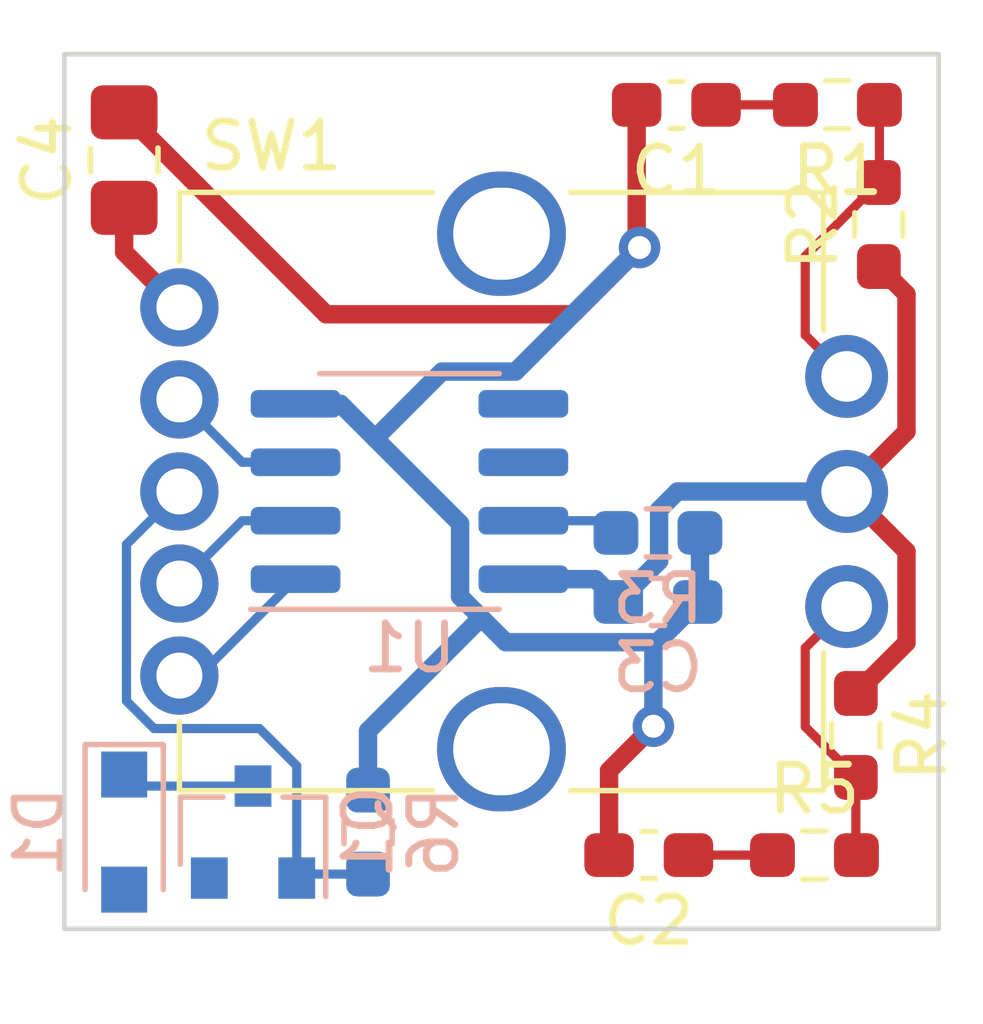
<source format=kicad_pcb>
(kicad_pcb (version 20171130) (host pcbnew 5.1.9-73d0e3b20d~88~ubuntu20.04.1)

  (general
    (thickness 1.6)
    (drawings 4)
    (tracks 70)
    (zones 0)
    (modules 14)
    (nets 18)
  )

  (page A4)
  (layers
    (0 F.Cu signal)
    (31 B.Cu signal)
    (32 B.Adhes user)
    (33 F.Adhes user)
    (34 B.Paste user)
    (35 F.Paste user)
    (36 B.SilkS user)
    (37 F.SilkS user)
    (38 B.Mask user)
    (39 F.Mask user)
    (40 Dwgs.User user)
    (41 Cmts.User user)
    (42 Eco1.User user)
    (43 Eco2.User user)
    (44 Edge.Cuts user)
    (45 Margin user)
    (46 B.CrtYd user)
    (47 F.CrtYd user)
    (48 B.Fab user)
    (49 F.Fab user)
  )

  (setup
    (last_trace_width 0.2)
    (trace_clearance 0.2)
    (zone_clearance 0.508)
    (zone_45_only no)
    (trace_min 0.2)
    (via_size 0.7)
    (via_drill 0.3)
    (via_min_size 0.4)
    (via_min_drill 0.3)
    (uvia_size 0.3)
    (uvia_drill 0.1)
    (uvias_allowed no)
    (uvia_min_size 0.2)
    (uvia_min_drill 0.1)
    (edge_width 0.1)
    (segment_width 0.2)
    (pcb_text_width 0.3)
    (pcb_text_size 1.5 1.5)
    (mod_edge_width 0.15)
    (mod_text_size 1 1)
    (mod_text_width 0.15)
    (pad_size 1.524 1.524)
    (pad_drill 0.762)
    (pad_to_mask_clearance 0)
    (aux_axis_origin 0 0)
    (visible_elements FFFFFF7F)
    (pcbplotparams
      (layerselection 0x010fc_ffffffff)
      (usegerberextensions false)
      (usegerberattributes true)
      (usegerberadvancedattributes true)
      (creategerberjobfile true)
      (excludeedgelayer true)
      (linewidth 0.100000)
      (plotframeref false)
      (viasonmask false)
      (mode 1)
      (useauxorigin false)
      (hpglpennumber 1)
      (hpglpenspeed 20)
      (hpglpendiameter 15.000000)
      (psnegative false)
      (psa4output false)
      (plotreference true)
      (plotvalue true)
      (plotinvisibletext false)
      (padsonsilk false)
      (subtractmaskfromsilk false)
      (outputformat 1)
      (mirror false)
      (drillshape 1)
      (scaleselection 1)
      (outputdirectory ""))
  )

  (net 0 "")
  (net 1 GND)
  (net 2 /QB)
  (net 3 /QA)
  (net 4 +3V3)
  (net 5 VLED)
  (net 6 "Net-(D1-Pad1)")
  (net 7 /SW_ROW)
  (net 8 "Net-(Q1-Pad1)")
  (net 9 /SW_COL)
  (net 10 "Net-(R1-Pad1)")
  (net 11 "Net-(R3-Pad1)")
  (net 12 "Net-(R4-Pad2)")
  (net 13 "Net-(SW1-Pad1)")
  (net 14 "Net-(SW1-Pad2)")
  (net 15 "Net-(SW1-Pad4)")
  (net 16 /DO)
  (net 17 /DI)

  (net_class Default "This is the default net class."
    (clearance 0.2)
    (trace_width 0.2)
    (via_dia 0.7)
    (via_drill 0.3)
    (uvia_dia 0.3)
    (uvia_drill 0.1)
    (add_net /DI)
    (add_net /DO)
    (add_net /QA)
    (add_net /QB)
    (add_net /SW_COL)
    (add_net /SW_ROW)
    (add_net "Net-(D1-Pad1)")
    (add_net "Net-(Q1-Pad1)")
    (add_net "Net-(R1-Pad1)")
    (add_net "Net-(R3-Pad1)")
    (add_net "Net-(R4-Pad2)")
    (add_net "Net-(SW1-Pad1)")
    (add_net "Net-(SW1-Pad2)")
    (add_net "Net-(SW1-Pad4)")
  )

  (net_class Power ""
    (clearance 0.2)
    (trace_width 0.4)
    (via_dia 0.9)
    (via_drill 0.5)
    (uvia_dia 0.3)
    (uvia_drill 0.1)
    (add_net +3V3)
    (add_net GND)
    (add_net VLED)
  )

  (module Capacitor_SMD:C_0603_1608Metric_Pad1.08x0.95mm_HandSolder (layer F.Cu) (tedit 5F68FEEF) (tstamp 604B6B0F)
    (at 163.3 91.1 180)
    (descr "Capacitor SMD 0603 (1608 Metric), square (rectangular) end terminal, IPC_7351 nominal with elongated pad for handsoldering. (Body size source: IPC-SM-782 page 76, https://www.pcb-3d.com/wordpress/wp-content/uploads/ipc-sm-782a_amendment_1_and_2.pdf), generated with kicad-footprint-generator")
    (tags "capacitor handsolder")
    (path /60527FC3)
    (attr smd)
    (fp_text reference C1 (at 0 -1.43) (layer F.SilkS)
      (effects (font (size 1 1) (thickness 0.15)))
    )
    (fp_text value 10nF (at 0 1.43) (layer F.Fab)
      (effects (font (size 1 1) (thickness 0.15)))
    )
    (fp_text user %R (at 0 0) (layer F.Fab)
      (effects (font (size 0.4 0.4) (thickness 0.06)))
    )
    (fp_line (start -0.8 0.4) (end -0.8 -0.4) (layer F.Fab) (width 0.1))
    (fp_line (start -0.8 -0.4) (end 0.8 -0.4) (layer F.Fab) (width 0.1))
    (fp_line (start 0.8 -0.4) (end 0.8 0.4) (layer F.Fab) (width 0.1))
    (fp_line (start 0.8 0.4) (end -0.8 0.4) (layer F.Fab) (width 0.1))
    (fp_line (start -0.146267 -0.51) (end 0.146267 -0.51) (layer F.SilkS) (width 0.12))
    (fp_line (start -0.146267 0.51) (end 0.146267 0.51) (layer F.SilkS) (width 0.12))
    (fp_line (start -1.65 0.73) (end -1.65 -0.73) (layer F.CrtYd) (width 0.05))
    (fp_line (start -1.65 -0.73) (end 1.65 -0.73) (layer F.CrtYd) (width 0.05))
    (fp_line (start 1.65 -0.73) (end 1.65 0.73) (layer F.CrtYd) (width 0.05))
    (fp_line (start 1.65 0.73) (end -1.65 0.73) (layer F.CrtYd) (width 0.05))
    (pad 2 smd roundrect (at 0.8625 0 180) (size 1.075 0.95) (layers F.Cu F.Paste F.Mask) (roundrect_rratio 0.25)
      (net 1 GND))
    (pad 1 smd roundrect (at -0.8625 0 180) (size 1.075 0.95) (layers F.Cu F.Paste F.Mask) (roundrect_rratio 0.25)
      (net 2 /QB))
    (model ${KISYS3DMOD}/Capacitor_SMD.3dshapes/C_0603_1608Metric.wrl
      (at (xyz 0 0 0))
      (scale (xyz 1 1 1))
      (rotate (xyz 0 0 0))
    )
  )

  (module Capacitor_SMD:C_0603_1608Metric_Pad1.08x0.95mm_HandSolder (layer F.Cu) (tedit 5F68FEEF) (tstamp 604B6B20)
    (at 162.7 107.4 180)
    (descr "Capacitor SMD 0603 (1608 Metric), square (rectangular) end terminal, IPC_7351 nominal with elongated pad for handsoldering. (Body size source: IPC-SM-782 page 76, https://www.pcb-3d.com/wordpress/wp-content/uploads/ipc-sm-782a_amendment_1_and_2.pdf), generated with kicad-footprint-generator")
    (tags "capacitor handsolder")
    (path /605298F7)
    (attr smd)
    (fp_text reference C2 (at 0 -1.43) (layer F.SilkS)
      (effects (font (size 1 1) (thickness 0.15)))
    )
    (fp_text value 10nF (at 0 1.43) (layer F.Fab)
      (effects (font (size 1 1) (thickness 0.15)))
    )
    (fp_line (start 1.65 0.73) (end -1.65 0.73) (layer F.CrtYd) (width 0.05))
    (fp_line (start 1.65 -0.73) (end 1.65 0.73) (layer F.CrtYd) (width 0.05))
    (fp_line (start -1.65 -0.73) (end 1.65 -0.73) (layer F.CrtYd) (width 0.05))
    (fp_line (start -1.65 0.73) (end -1.65 -0.73) (layer F.CrtYd) (width 0.05))
    (fp_line (start -0.146267 0.51) (end 0.146267 0.51) (layer F.SilkS) (width 0.12))
    (fp_line (start -0.146267 -0.51) (end 0.146267 -0.51) (layer F.SilkS) (width 0.12))
    (fp_line (start 0.8 0.4) (end -0.8 0.4) (layer F.Fab) (width 0.1))
    (fp_line (start 0.8 -0.4) (end 0.8 0.4) (layer F.Fab) (width 0.1))
    (fp_line (start -0.8 -0.4) (end 0.8 -0.4) (layer F.Fab) (width 0.1))
    (fp_line (start -0.8 0.4) (end -0.8 -0.4) (layer F.Fab) (width 0.1))
    (fp_text user %R (at 0 0) (layer F.Fab)
      (effects (font (size 0.4 0.4) (thickness 0.06)))
    )
    (pad 1 smd roundrect (at -0.8625 0 180) (size 1.075 0.95) (layers F.Cu F.Paste F.Mask) (roundrect_rratio 0.25)
      (net 3 /QA))
    (pad 2 smd roundrect (at 0.8625 0 180) (size 1.075 0.95) (layers F.Cu F.Paste F.Mask) (roundrect_rratio 0.25)
      (net 1 GND))
    (model ${KISYS3DMOD}/Capacitor_SMD.3dshapes/C_0603_1608Metric.wrl
      (at (xyz 0 0 0))
      (scale (xyz 1 1 1))
      (rotate (xyz 0 0 0))
    )
  )

  (module Capacitor_SMD:C_0603_1608Metric_Pad1.08x0.95mm_HandSolder (layer B.Cu) (tedit 5F68FEEF) (tstamp 604B6B31)
    (at 162.9 101.9)
    (descr "Capacitor SMD 0603 (1608 Metric), square (rectangular) end terminal, IPC_7351 nominal with elongated pad for handsoldering. (Body size source: IPC-SM-782 page 76, https://www.pcb-3d.com/wordpress/wp-content/uploads/ipc-sm-782a_amendment_1_and_2.pdf), generated with kicad-footprint-generator")
    (tags "capacitor handsolder")
    (path /6050EA98)
    (attr smd)
    (fp_text reference C3 (at 0 1.43) (layer B.SilkS)
      (effects (font (size 1 1) (thickness 0.15)) (justify mirror))
    )
    (fp_text value 100nF (at 0 -1.43) (layer B.Fab)
      (effects (font (size 1 1) (thickness 0.15)) (justify mirror))
    )
    (fp_line (start 1.65 -0.73) (end -1.65 -0.73) (layer B.CrtYd) (width 0.05))
    (fp_line (start 1.65 0.73) (end 1.65 -0.73) (layer B.CrtYd) (width 0.05))
    (fp_line (start -1.65 0.73) (end 1.65 0.73) (layer B.CrtYd) (width 0.05))
    (fp_line (start -1.65 -0.73) (end -1.65 0.73) (layer B.CrtYd) (width 0.05))
    (fp_line (start -0.146267 -0.51) (end 0.146267 -0.51) (layer B.SilkS) (width 0.12))
    (fp_line (start -0.146267 0.51) (end 0.146267 0.51) (layer B.SilkS) (width 0.12))
    (fp_line (start 0.8 -0.4) (end -0.8 -0.4) (layer B.Fab) (width 0.1))
    (fp_line (start 0.8 0.4) (end 0.8 -0.4) (layer B.Fab) (width 0.1))
    (fp_line (start -0.8 0.4) (end 0.8 0.4) (layer B.Fab) (width 0.1))
    (fp_line (start -0.8 -0.4) (end -0.8 0.4) (layer B.Fab) (width 0.1))
    (fp_text user %R (at 0 0) (layer B.Fab)
      (effects (font (size 0.4 0.4) (thickness 0.06)) (justify mirror))
    )
    (pad 1 smd roundrect (at -0.8625 0) (size 1.075 0.95) (layers B.Cu B.Paste B.Mask) (roundrect_rratio 0.25)
      (net 4 +3V3))
    (pad 2 smd roundrect (at 0.8625 0) (size 1.075 0.95) (layers B.Cu B.Paste B.Mask) (roundrect_rratio 0.25)
      (net 1 GND))
    (model ${KISYS3DMOD}/Capacitor_SMD.3dshapes/C_0603_1608Metric.wrl
      (at (xyz 0 0 0))
      (scale (xyz 1 1 1))
      (rotate (xyz 0 0 0))
    )
  )

  (module Capacitor_SMD:C_0805_2012Metric_Pad1.18x1.45mm_HandSolder (layer F.Cu) (tedit 5F68FEEF) (tstamp 604B6FBD)
    (at 151.3 92.3 90)
    (descr "Capacitor SMD 0805 (2012 Metric), square (rectangular) end terminal, IPC_7351 nominal with elongated pad for handsoldering. (Body size source: IPC-SM-782 page 76, https://www.pcb-3d.com/wordpress/wp-content/uploads/ipc-sm-782a_amendment_1_and_2.pdf, https://docs.google.com/spreadsheets/d/1BsfQQcO9C6DZCsRaXUlFlo91Tg2WpOkGARC1WS5S8t0/edit?usp=sharing), generated with kicad-footprint-generator")
    (tags "capacitor handsolder")
    (path /6051F878)
    (attr smd)
    (fp_text reference C4 (at 0 -1.68 90) (layer F.SilkS)
      (effects (font (size 1 1) (thickness 0.15)))
    )
    (fp_text value 2.2uF (at 0 1.68 90) (layer F.Fab)
      (effects (font (size 1 1) (thickness 0.15)))
    )
    (fp_line (start 1.88 0.98) (end -1.88 0.98) (layer F.CrtYd) (width 0.05))
    (fp_line (start 1.88 -0.98) (end 1.88 0.98) (layer F.CrtYd) (width 0.05))
    (fp_line (start -1.88 -0.98) (end 1.88 -0.98) (layer F.CrtYd) (width 0.05))
    (fp_line (start -1.88 0.98) (end -1.88 -0.98) (layer F.CrtYd) (width 0.05))
    (fp_line (start -0.261252 0.735) (end 0.261252 0.735) (layer F.SilkS) (width 0.12))
    (fp_line (start -0.261252 -0.735) (end 0.261252 -0.735) (layer F.SilkS) (width 0.12))
    (fp_line (start 1 0.625) (end -1 0.625) (layer F.Fab) (width 0.1))
    (fp_line (start 1 -0.625) (end 1 0.625) (layer F.Fab) (width 0.1))
    (fp_line (start -1 -0.625) (end 1 -0.625) (layer F.Fab) (width 0.1))
    (fp_line (start -1 0.625) (end -1 -0.625) (layer F.Fab) (width 0.1))
    (fp_text user %R (at 0 0 90) (layer F.Fab)
      (effects (font (size 0.5 0.5) (thickness 0.08)))
    )
    (pad 1 smd roundrect (at -1.0375 0 90) (size 1.175 1.45) (layers F.Cu F.Paste F.Mask) (roundrect_rratio 0.212766)
      (net 5 VLED))
    (pad 2 smd roundrect (at 1.0375 0 90) (size 1.175 1.45) (layers F.Cu F.Paste F.Mask) (roundrect_rratio 0.212766)
      (net 1 GND))
    (model ${KISYS3DMOD}/Capacitor_SMD.3dshapes/C_0805_2012Metric.wrl
      (at (xyz 0 0 0))
      (scale (xyz 1 1 1))
      (rotate (xyz 0 0 0))
    )
  )

  (module Diode_SMD:D_SOD-323_HandSoldering (layer B.Cu) (tedit 58641869) (tstamp 604B6B5A)
    (at 151.3 106.9 270)
    (descr SOD-323)
    (tags SOD-323)
    (path /6055B343)
    (attr smd)
    (fp_text reference D1 (at 0 1.85 90) (layer B.SilkS)
      (effects (font (size 1 1) (thickness 0.15)) (justify mirror))
    )
    (fp_text value 1N4148WS (at 0.1 -1.9 90) (layer B.Fab)
      (effects (font (size 1 1) (thickness 0.15)) (justify mirror))
    )
    (fp_line (start -1.9 0.85) (end 1.25 0.85) (layer B.SilkS) (width 0.12))
    (fp_line (start -1.9 -0.85) (end 1.25 -0.85) (layer B.SilkS) (width 0.12))
    (fp_line (start -2 0.95) (end -2 -0.95) (layer B.CrtYd) (width 0.05))
    (fp_line (start -2 -0.95) (end 2 -0.95) (layer B.CrtYd) (width 0.05))
    (fp_line (start 2 0.95) (end 2 -0.95) (layer B.CrtYd) (width 0.05))
    (fp_line (start -2 0.95) (end 2 0.95) (layer B.CrtYd) (width 0.05))
    (fp_line (start -0.9 0.7) (end 0.9 0.7) (layer B.Fab) (width 0.1))
    (fp_line (start 0.9 0.7) (end 0.9 -0.7) (layer B.Fab) (width 0.1))
    (fp_line (start 0.9 -0.7) (end -0.9 -0.7) (layer B.Fab) (width 0.1))
    (fp_line (start -0.9 -0.7) (end -0.9 0.7) (layer B.Fab) (width 0.1))
    (fp_line (start -0.3 0.35) (end -0.3 -0.35) (layer B.Fab) (width 0.1))
    (fp_line (start -0.3 0) (end -0.5 0) (layer B.Fab) (width 0.1))
    (fp_line (start -0.3 0) (end 0.2 0.35) (layer B.Fab) (width 0.1))
    (fp_line (start 0.2 0.35) (end 0.2 -0.35) (layer B.Fab) (width 0.1))
    (fp_line (start 0.2 -0.35) (end -0.3 0) (layer B.Fab) (width 0.1))
    (fp_line (start 0.2 0) (end 0.45 0) (layer B.Fab) (width 0.1))
    (fp_line (start -1.9 0.85) (end -1.9 -0.85) (layer B.SilkS) (width 0.12))
    (fp_text user %R (at 0 1.85 90) (layer B.Fab)
      (effects (font (size 1 1) (thickness 0.15)) (justify mirror))
    )
    (pad 1 smd rect (at -1.25 0 270) (size 1 1) (layers B.Cu B.Paste B.Mask)
      (net 6 "Net-(D1-Pad1)"))
    (pad 2 smd rect (at 1.25 0 270) (size 1 1) (layers B.Cu B.Paste B.Mask)
      (net 7 /SW_ROW))
    (model ${KISYS3DMOD}/Diode_SMD.3dshapes/D_SOD-323.wrl
      (at (xyz 0 0 0))
      (scale (xyz 1 1 1))
      (rotate (xyz 0 0 0))
    )
  )

  (module Package_TO_SOT_SMD:SOT-23 (layer B.Cu) (tedit 5A02FF57) (tstamp 604B7911)
    (at 154.1 106.9 90)
    (descr "SOT-23, Standard")
    (tags SOT-23)
    (path /6054A01D)
    (attr smd)
    (fp_text reference Q1 (at 0 2.5 270) (layer B.SilkS)
      (effects (font (size 1 1) (thickness 0.15)) (justify mirror))
    )
    (fp_text value BSS138 (at 0 -2.5 270) (layer B.Fab)
      (effects (font (size 1 1) (thickness 0.15)) (justify mirror))
    )
    (fp_line (start 0.76 -1.58) (end -0.7 -1.58) (layer B.SilkS) (width 0.12))
    (fp_line (start 0.76 1.58) (end -1.4 1.58) (layer B.SilkS) (width 0.12))
    (fp_line (start -1.7 -1.75) (end -1.7 1.75) (layer B.CrtYd) (width 0.05))
    (fp_line (start 1.7 -1.75) (end -1.7 -1.75) (layer B.CrtYd) (width 0.05))
    (fp_line (start 1.7 1.75) (end 1.7 -1.75) (layer B.CrtYd) (width 0.05))
    (fp_line (start -1.7 1.75) (end 1.7 1.75) (layer B.CrtYd) (width 0.05))
    (fp_line (start 0.76 1.58) (end 0.76 0.65) (layer B.SilkS) (width 0.12))
    (fp_line (start 0.76 -1.58) (end 0.76 -0.65) (layer B.SilkS) (width 0.12))
    (fp_line (start -0.7 -1.52) (end 0.7 -1.52) (layer B.Fab) (width 0.1))
    (fp_line (start 0.7 1.52) (end 0.7 -1.52) (layer B.Fab) (width 0.1))
    (fp_line (start -0.7 0.95) (end -0.15 1.52) (layer B.Fab) (width 0.1))
    (fp_line (start -0.15 1.52) (end 0.7 1.52) (layer B.Fab) (width 0.1))
    (fp_line (start -0.7 0.95) (end -0.7 -1.5) (layer B.Fab) (width 0.1))
    (fp_text user %R (at 0 0) (layer B.Fab)
      (effects (font (size 0.5 0.5) (thickness 0.075)) (justify mirror))
    )
    (pad 1 smd rect (at -1 0.95 90) (size 0.9 0.8) (layers B.Cu B.Paste B.Mask)
      (net 8 "Net-(Q1-Pad1)"))
    (pad 2 smd rect (at -1 -0.95 90) (size 0.9 0.8) (layers B.Cu B.Paste B.Mask)
      (net 9 /SW_COL))
    (pad 3 smd rect (at 1 0 90) (size 0.9 0.8) (layers B.Cu B.Paste B.Mask)
      (net 6 "Net-(D1-Pad1)"))
    (model ${KISYS3DMOD}/Package_TO_SOT_SMD.3dshapes/SOT-23.wrl
      (at (xyz 0 0 0))
      (scale (xyz 1 1 1))
      (rotate (xyz 0 0 0))
    )
  )

  (module Resistor_SMD:R_0603_1608Metric_Pad0.98x0.95mm_HandSolder (layer F.Cu) (tedit 5F68FEEE) (tstamp 604B6B80)
    (at 166.8 91.1 180)
    (descr "Resistor SMD 0603 (1608 Metric), square (rectangular) end terminal, IPC_7351 nominal with elongated pad for handsoldering. (Body size source: IPC-SM-782 page 72, https://www.pcb-3d.com/wordpress/wp-content/uploads/ipc-sm-782a_amendment_1_and_2.pdf), generated with kicad-footprint-generator")
    (tags "resistor handsolder")
    (path /60521624)
    (attr smd)
    (fp_text reference R1 (at 0 -1.43) (layer F.SilkS)
      (effects (font (size 1 1) (thickness 0.15)))
    )
    (fp_text value 10K (at 0 1.43) (layer F.Fab)
      (effects (font (size 1 1) (thickness 0.15)))
    )
    (fp_text user %R (at 0 0) (layer F.Fab)
      (effects (font (size 0.4 0.4) (thickness 0.06)))
    )
    (fp_line (start -0.8 0.4125) (end -0.8 -0.4125) (layer F.Fab) (width 0.1))
    (fp_line (start -0.8 -0.4125) (end 0.8 -0.4125) (layer F.Fab) (width 0.1))
    (fp_line (start 0.8 -0.4125) (end 0.8 0.4125) (layer F.Fab) (width 0.1))
    (fp_line (start 0.8 0.4125) (end -0.8 0.4125) (layer F.Fab) (width 0.1))
    (fp_line (start -0.254724 -0.5225) (end 0.254724 -0.5225) (layer F.SilkS) (width 0.12))
    (fp_line (start -0.254724 0.5225) (end 0.254724 0.5225) (layer F.SilkS) (width 0.12))
    (fp_line (start -1.65 0.73) (end -1.65 -0.73) (layer F.CrtYd) (width 0.05))
    (fp_line (start -1.65 -0.73) (end 1.65 -0.73) (layer F.CrtYd) (width 0.05))
    (fp_line (start 1.65 -0.73) (end 1.65 0.73) (layer F.CrtYd) (width 0.05))
    (fp_line (start 1.65 0.73) (end -1.65 0.73) (layer F.CrtYd) (width 0.05))
    (pad 2 smd roundrect (at 0.9125 0 180) (size 0.975 0.95) (layers F.Cu F.Paste F.Mask) (roundrect_rratio 0.25)
      (net 2 /QB))
    (pad 1 smd roundrect (at -0.9125 0 180) (size 0.975 0.95) (layers F.Cu F.Paste F.Mask) (roundrect_rratio 0.25)
      (net 10 "Net-(R1-Pad1)"))
    (model ${KISYS3DMOD}/Resistor_SMD.3dshapes/R_0603_1608Metric.wrl
      (at (xyz 0 0 0))
      (scale (xyz 1 1 1))
      (rotate (xyz 0 0 0))
    )
  )

  (module Resistor_SMD:R_0603_1608Metric_Pad0.98x0.95mm_HandSolder (layer F.Cu) (tedit 5F68FEEE) (tstamp 604B6B91)
    (at 167.7 93.7 90)
    (descr "Resistor SMD 0603 (1608 Metric), square (rectangular) end terminal, IPC_7351 nominal with elongated pad for handsoldering. (Body size source: IPC-SM-782 page 72, https://www.pcb-3d.com/wordpress/wp-content/uploads/ipc-sm-782a_amendment_1_and_2.pdf), generated with kicad-footprint-generator")
    (tags "resistor handsolder")
    (path /60522555)
    (attr smd)
    (fp_text reference R2 (at 0 -1.43 90) (layer F.SilkS)
      (effects (font (size 1 1) (thickness 0.15)))
    )
    (fp_text value 10K (at 0 1.43 90) (layer F.Fab)
      (effects (font (size 1 1) (thickness 0.15)))
    )
    (fp_line (start 1.65 0.73) (end -1.65 0.73) (layer F.CrtYd) (width 0.05))
    (fp_line (start 1.65 -0.73) (end 1.65 0.73) (layer F.CrtYd) (width 0.05))
    (fp_line (start -1.65 -0.73) (end 1.65 -0.73) (layer F.CrtYd) (width 0.05))
    (fp_line (start -1.65 0.73) (end -1.65 -0.73) (layer F.CrtYd) (width 0.05))
    (fp_line (start -0.254724 0.5225) (end 0.254724 0.5225) (layer F.SilkS) (width 0.12))
    (fp_line (start -0.254724 -0.5225) (end 0.254724 -0.5225) (layer F.SilkS) (width 0.12))
    (fp_line (start 0.8 0.4125) (end -0.8 0.4125) (layer F.Fab) (width 0.1))
    (fp_line (start 0.8 -0.4125) (end 0.8 0.4125) (layer F.Fab) (width 0.1))
    (fp_line (start -0.8 -0.4125) (end 0.8 -0.4125) (layer F.Fab) (width 0.1))
    (fp_line (start -0.8 0.4125) (end -0.8 -0.4125) (layer F.Fab) (width 0.1))
    (fp_text user %R (at 0 0 90) (layer F.Fab)
      (effects (font (size 0.4 0.4) (thickness 0.06)))
    )
    (pad 1 smd roundrect (at -0.9125 0 90) (size 0.975 0.95) (layers F.Cu F.Paste F.Mask) (roundrect_rratio 0.25)
      (net 4 +3V3))
    (pad 2 smd roundrect (at 0.9125 0 90) (size 0.975 0.95) (layers F.Cu F.Paste F.Mask) (roundrect_rratio 0.25)
      (net 10 "Net-(R1-Pad1)"))
    (model ${KISYS3DMOD}/Resistor_SMD.3dshapes/R_0603_1608Metric.wrl
      (at (xyz 0 0 0))
      (scale (xyz 1 1 1))
      (rotate (xyz 0 0 0))
    )
  )

  (module Resistor_SMD:R_0603_1608Metric_Pad0.98x0.95mm_HandSolder (layer B.Cu) (tedit 5F68FEEE) (tstamp 604B6BA2)
    (at 162.9 100.4)
    (descr "Resistor SMD 0603 (1608 Metric), square (rectangular) end terminal, IPC_7351 nominal with elongated pad for handsoldering. (Body size source: IPC-SM-782 page 72, https://www.pcb-3d.com/wordpress/wp-content/uploads/ipc-sm-782a_amendment_1_and_2.pdf), generated with kicad-footprint-generator")
    (tags "resistor handsolder")
    (path /6050EAAB)
    (attr smd)
    (fp_text reference R3 (at 0 1.43) (layer B.SilkS)
      (effects (font (size 1 1) (thickness 0.15)) (justify mirror))
    )
    (fp_text value 10.5K (at 0 -1.43) (layer B.Fab)
      (effects (font (size 1 1) (thickness 0.15)) (justify mirror))
    )
    (fp_line (start 1.65 -0.73) (end -1.65 -0.73) (layer B.CrtYd) (width 0.05))
    (fp_line (start 1.65 0.73) (end 1.65 -0.73) (layer B.CrtYd) (width 0.05))
    (fp_line (start -1.65 0.73) (end 1.65 0.73) (layer B.CrtYd) (width 0.05))
    (fp_line (start -1.65 -0.73) (end -1.65 0.73) (layer B.CrtYd) (width 0.05))
    (fp_line (start -0.254724 -0.5225) (end 0.254724 -0.5225) (layer B.SilkS) (width 0.12))
    (fp_line (start -0.254724 0.5225) (end 0.254724 0.5225) (layer B.SilkS) (width 0.12))
    (fp_line (start 0.8 -0.4125) (end -0.8 -0.4125) (layer B.Fab) (width 0.1))
    (fp_line (start 0.8 0.4125) (end 0.8 -0.4125) (layer B.Fab) (width 0.1))
    (fp_line (start -0.8 0.4125) (end 0.8 0.4125) (layer B.Fab) (width 0.1))
    (fp_line (start -0.8 -0.4125) (end -0.8 0.4125) (layer B.Fab) (width 0.1))
    (fp_text user %R (at 0 0) (layer B.Fab)
      (effects (font (size 0.4 0.4) (thickness 0.06)) (justify mirror))
    )
    (pad 1 smd roundrect (at -0.9125 0) (size 0.975 0.95) (layers B.Cu B.Paste B.Mask) (roundrect_rratio 0.25)
      (net 11 "Net-(R3-Pad1)"))
    (pad 2 smd roundrect (at 0.9125 0) (size 0.975 0.95) (layers B.Cu B.Paste B.Mask) (roundrect_rratio 0.25)
      (net 1 GND))
    (model ${KISYS3DMOD}/Resistor_SMD.3dshapes/R_0603_1608Metric.wrl
      (at (xyz 0 0 0))
      (scale (xyz 1 1 1))
      (rotate (xyz 0 0 0))
    )
  )

  (module Resistor_SMD:R_0603_1608Metric_Pad0.98x0.95mm_HandSolder (layer F.Cu) (tedit 5F68FEEE) (tstamp 604B6BB3)
    (at 167.2 104.8 270)
    (descr "Resistor SMD 0603 (1608 Metric), square (rectangular) end terminal, IPC_7351 nominal with elongated pad for handsoldering. (Body size source: IPC-SM-782 page 72, https://www.pcb-3d.com/wordpress/wp-content/uploads/ipc-sm-782a_amendment_1_and_2.pdf), generated with kicad-footprint-generator")
    (tags "resistor handsolder")
    (path /60528D9A)
    (attr smd)
    (fp_text reference R4 (at 0 -1.43 90) (layer F.SilkS)
      (effects (font (size 1 1) (thickness 0.15)))
    )
    (fp_text value 10K (at 0 1.43 90) (layer F.Fab)
      (effects (font (size 1 1) (thickness 0.15)))
    )
    (fp_text user %R (at 0 0 90) (layer F.Fab)
      (effects (font (size 0.4 0.4) (thickness 0.06)))
    )
    (fp_line (start -0.8 0.4125) (end -0.8 -0.4125) (layer F.Fab) (width 0.1))
    (fp_line (start -0.8 -0.4125) (end 0.8 -0.4125) (layer F.Fab) (width 0.1))
    (fp_line (start 0.8 -0.4125) (end 0.8 0.4125) (layer F.Fab) (width 0.1))
    (fp_line (start 0.8 0.4125) (end -0.8 0.4125) (layer F.Fab) (width 0.1))
    (fp_line (start -0.254724 -0.5225) (end 0.254724 -0.5225) (layer F.SilkS) (width 0.12))
    (fp_line (start -0.254724 0.5225) (end 0.254724 0.5225) (layer F.SilkS) (width 0.12))
    (fp_line (start -1.65 0.73) (end -1.65 -0.73) (layer F.CrtYd) (width 0.05))
    (fp_line (start -1.65 -0.73) (end 1.65 -0.73) (layer F.CrtYd) (width 0.05))
    (fp_line (start 1.65 -0.73) (end 1.65 0.73) (layer F.CrtYd) (width 0.05))
    (fp_line (start 1.65 0.73) (end -1.65 0.73) (layer F.CrtYd) (width 0.05))
    (pad 2 smd roundrect (at 0.9125 0 270) (size 0.975 0.95) (layers F.Cu F.Paste F.Mask) (roundrect_rratio 0.25)
      (net 12 "Net-(R4-Pad2)"))
    (pad 1 smd roundrect (at -0.9125 0 270) (size 0.975 0.95) (layers F.Cu F.Paste F.Mask) (roundrect_rratio 0.25)
      (net 4 +3V3))
    (model ${KISYS3DMOD}/Resistor_SMD.3dshapes/R_0603_1608Metric.wrl
      (at (xyz 0 0 0))
      (scale (xyz 1 1 1))
      (rotate (xyz 0 0 0))
    )
  )

  (module Resistor_SMD:R_0603_1608Metric_Pad0.98x0.95mm_HandSolder (layer F.Cu) (tedit 5F68FEEE) (tstamp 604B6BC4)
    (at 166.3 107.4)
    (descr "Resistor SMD 0603 (1608 Metric), square (rectangular) end terminal, IPC_7351 nominal with elongated pad for handsoldering. (Body size source: IPC-SM-782 page 72, https://www.pcb-3d.com/wordpress/wp-content/uploads/ipc-sm-782a_amendment_1_and_2.pdf), generated with kicad-footprint-generator")
    (tags "resistor handsolder")
    (path /605293D5)
    (attr smd)
    (fp_text reference R5 (at 0 -1.43) (layer F.SilkS)
      (effects (font (size 1 1) (thickness 0.15)))
    )
    (fp_text value 10K (at 0 1.43) (layer F.Fab)
      (effects (font (size 1 1) (thickness 0.15)))
    )
    (fp_line (start 1.65 0.73) (end -1.65 0.73) (layer F.CrtYd) (width 0.05))
    (fp_line (start 1.65 -0.73) (end 1.65 0.73) (layer F.CrtYd) (width 0.05))
    (fp_line (start -1.65 -0.73) (end 1.65 -0.73) (layer F.CrtYd) (width 0.05))
    (fp_line (start -1.65 0.73) (end -1.65 -0.73) (layer F.CrtYd) (width 0.05))
    (fp_line (start -0.254724 0.5225) (end 0.254724 0.5225) (layer F.SilkS) (width 0.12))
    (fp_line (start -0.254724 -0.5225) (end 0.254724 -0.5225) (layer F.SilkS) (width 0.12))
    (fp_line (start 0.8 0.4125) (end -0.8 0.4125) (layer F.Fab) (width 0.1))
    (fp_line (start 0.8 -0.4125) (end 0.8 0.4125) (layer F.Fab) (width 0.1))
    (fp_line (start -0.8 -0.4125) (end 0.8 -0.4125) (layer F.Fab) (width 0.1))
    (fp_line (start -0.8 0.4125) (end -0.8 -0.4125) (layer F.Fab) (width 0.1))
    (fp_text user %R (at 0 0) (layer F.Fab)
      (effects (font (size 0.4 0.4) (thickness 0.06)))
    )
    (pad 1 smd roundrect (at -0.9125 0) (size 0.975 0.95) (layers F.Cu F.Paste F.Mask) (roundrect_rratio 0.25)
      (net 3 /QA))
    (pad 2 smd roundrect (at 0.9125 0) (size 0.975 0.95) (layers F.Cu F.Paste F.Mask) (roundrect_rratio 0.25)
      (net 12 "Net-(R4-Pad2)"))
    (model ${KISYS3DMOD}/Resistor_SMD.3dshapes/R_0603_1608Metric.wrl
      (at (xyz 0 0 0))
      (scale (xyz 1 1 1))
      (rotate (xyz 0 0 0))
    )
  )

  (module Resistor_SMD:R_0603_1608Metric_Pad0.98x0.95mm_HandSolder (layer B.Cu) (tedit 5F68FEEE) (tstamp 604B78DD)
    (at 156.6 106.9 90)
    (descr "Resistor SMD 0603 (1608 Metric), square (rectangular) end terminal, IPC_7351 nominal with elongated pad for handsoldering. (Body size source: IPC-SM-782 page 72, https://www.pcb-3d.com/wordpress/wp-content/uploads/ipc-sm-782a_amendment_1_and_2.pdf), generated with kicad-footprint-generator")
    (tags "resistor handsolder")
    (path /6054D0CC)
    (attr smd)
    (fp_text reference R6 (at 0 1.43 90) (layer B.SilkS)
      (effects (font (size 1 1) (thickness 0.15)) (justify mirror))
    )
    (fp_text value 10.5K (at 0 -1.43 90) (layer B.Fab)
      (effects (font (size 1 1) (thickness 0.15)) (justify mirror))
    )
    (fp_text user %R (at 0 0 90) (layer B.Fab)
      (effects (font (size 0.4 0.4) (thickness 0.06)) (justify mirror))
    )
    (fp_line (start -0.8 -0.4125) (end -0.8 0.4125) (layer B.Fab) (width 0.1))
    (fp_line (start -0.8 0.4125) (end 0.8 0.4125) (layer B.Fab) (width 0.1))
    (fp_line (start 0.8 0.4125) (end 0.8 -0.4125) (layer B.Fab) (width 0.1))
    (fp_line (start 0.8 -0.4125) (end -0.8 -0.4125) (layer B.Fab) (width 0.1))
    (fp_line (start -0.254724 0.5225) (end 0.254724 0.5225) (layer B.SilkS) (width 0.12))
    (fp_line (start -0.254724 -0.5225) (end 0.254724 -0.5225) (layer B.SilkS) (width 0.12))
    (fp_line (start -1.65 -0.73) (end -1.65 0.73) (layer B.CrtYd) (width 0.05))
    (fp_line (start -1.65 0.73) (end 1.65 0.73) (layer B.CrtYd) (width 0.05))
    (fp_line (start 1.65 0.73) (end 1.65 -0.73) (layer B.CrtYd) (width 0.05))
    (fp_line (start 1.65 -0.73) (end -1.65 -0.73) (layer B.CrtYd) (width 0.05))
    (pad 2 smd roundrect (at 0.9125 0 90) (size 0.975 0.95) (layers B.Cu B.Paste B.Mask) (roundrect_rratio 0.25)
      (net 1 GND))
    (pad 1 smd roundrect (at -0.9125 0 90) (size 0.975 0.95) (layers B.Cu B.Paste B.Mask) (roundrect_rratio 0.25)
      (net 8 "Net-(Q1-Pad1)"))
    (model ${KISYS3DMOD}/Resistor_SMD.3dshapes/R_0603_1608Metric.wrl
      (at (xyz 0 0 0))
      (scale (xyz 1 1 1))
      (rotate (xyz 0 0 0))
    )
  )

  (module woodpecker:PEL12T-4xxxS-S1024 (layer F.Cu) (tedit 604B5091) (tstamp 604B6BF1)
    (at 159.5 99.5 90)
    (path /60501BFB)
    (fp_text reference SW1 (at 7.5 -5) (layer F.SilkS)
      (effects (font (size 1 1) (thickness 0.15)))
    )
    (fp_text value PEL12T (at 0 -0.5 90) (layer F.Fab)
      (effects (font (size 1 1) (thickness 0.15)))
    )
    (fp_circle (center 0 0) (end 3 0) (layer F.Fab) (width 0.12))
    (fp_line (start -6.3 -6.7) (end 6.3 -6.7) (layer F.CrtYd) (width 0.12))
    (fp_line (start 6.3 -6.7) (end 6.3 6.7) (layer F.CrtYd) (width 0.12))
    (fp_line (start 6.3 6.7) (end -6.3 6.7) (layer F.CrtYd) (width 0.12))
    (fp_line (start -6.3 6.7) (end -6.3 -6.7) (layer F.CrtYd) (width 0.12))
    (fp_line (start -6.5 -1.5) (end -6.5 -7) (layer F.SilkS) (width 0.12))
    (fp_line (start -6.5 -7) (end -5 -7) (layer F.SilkS) (width 0.12))
    (fp_line (start 5 -7) (end 6.5 -7) (layer F.SilkS) (width 0.12))
    (fp_line (start 6.5 -7) (end 6.5 -1.5) (layer F.SilkS) (width 0.12))
    (fp_line (start 6.5 1.5) (end 6.5 7) (layer F.SilkS) (width 0.12))
    (fp_line (start 6.5 7) (end 3.5 7) (layer F.SilkS) (width 0.12))
    (fp_line (start -3.5 7) (end -6.5 7) (layer F.SilkS) (width 0.12))
    (fp_line (start -6.5 7) (end -6.5 1.5) (layer F.SilkS) (width 0.12))
    (fp_circle (center 0 0) (end 4.5 0) (layer F.Fab) (width 0.12))
    (pad 1 thru_hole circle (at -4 -7 90) (size 1.7 1.7) (drill 1) (layers *.Cu *.Mask)
      (net 13 "Net-(SW1-Pad1)"))
    (pad A thru_hole circle (at -2.5 7.5 90) (size 1.8 1.8) (drill 1.1) (layers *.Cu *.Mask)
      (net 12 "Net-(R4-Pad2)"))
    (pad C thru_hole circle (at 0 7.5 90) (size 1.8 1.8) (drill 1.1) (layers *.Cu *.Mask)
      (net 4 +3V3))
    (pad B thru_hole circle (at 2.5 7.5 90) (size 1.8 1.8) (drill 1.1) (layers *.Cu *.Mask)
      (net 10 "Net-(R1-Pad1)"))
    (pad "" np_thru_hole oval (at -5.6 0 90) (size 2.7 2.8) (drill oval 2 2.1) (layers *.Cu *.Mask))
    (pad 2 thru_hole circle (at -2 -7 90) (size 1.7 1.7) (drill 1) (layers *.Cu *.Mask)
      (net 14 "Net-(SW1-Pad2)"))
    (pad 3 thru_hole circle (at 0 -7 90) (size 1.7 1.7) (drill 1) (layers *.Cu *.Mask)
      (net 8 "Net-(Q1-Pad1)"))
    (pad 4 thru_hole circle (at 2 -7 90) (size 1.7 1.7) (drill 1) (layers *.Cu *.Mask)
      (net 15 "Net-(SW1-Pad4)"))
    (pad 5 thru_hole circle (at 4 -7 90) (size 1.7 1.7) (drill 1) (layers *.Cu *.Mask)
      (net 5 VLED))
    (pad "" np_thru_hole oval (at 5.6 0 90) (size 2.7 2.8) (drill oval 2 2.1) (layers *.Cu *.Mask))
    (model ${KIPRJMOD}/libs/PEL12T-4225S.stp
      (at (xyz 0 0 0))
      (scale (xyz 1 1 1))
      (rotate (xyz 0 0 0))
    )
  )

  (module Package_SO:SOIC-8_3.9x4.9mm_P1.27mm (layer B.Cu) (tedit 5D9F72B1) (tstamp 604B6C0B)
    (at 157.5 99.5)
    (descr "SOIC, 8 Pin (JEDEC MS-012AA, https://www.analog.com/media/en/package-pcb-resources/package/pkg_pdf/soic_narrow-r/r_8.pdf), generated with kicad-footprint-generator ipc_gullwing_generator.py")
    (tags "SOIC SO")
    (path /6050EA7F)
    (attr smd)
    (fp_text reference U1 (at 0 3.4) (layer B.SilkS)
      (effects (font (size 1 1) (thickness 0.15)) (justify mirror))
    )
    (fp_text value TLC5973 (at 0 -3.4) (layer B.Fab)
      (effects (font (size 1 1) (thickness 0.15)) (justify mirror))
    )
    (fp_line (start 3.7 2.7) (end -3.7 2.7) (layer B.CrtYd) (width 0.05))
    (fp_line (start 3.7 -2.7) (end 3.7 2.7) (layer B.CrtYd) (width 0.05))
    (fp_line (start -3.7 -2.7) (end 3.7 -2.7) (layer B.CrtYd) (width 0.05))
    (fp_line (start -3.7 2.7) (end -3.7 -2.7) (layer B.CrtYd) (width 0.05))
    (fp_line (start -1.95 1.475) (end -0.975 2.45) (layer B.Fab) (width 0.1))
    (fp_line (start -1.95 -2.45) (end -1.95 1.475) (layer B.Fab) (width 0.1))
    (fp_line (start 1.95 -2.45) (end -1.95 -2.45) (layer B.Fab) (width 0.1))
    (fp_line (start 1.95 2.45) (end 1.95 -2.45) (layer B.Fab) (width 0.1))
    (fp_line (start -0.975 2.45) (end 1.95 2.45) (layer B.Fab) (width 0.1))
    (fp_line (start 0 2.56) (end -3.45 2.56) (layer B.SilkS) (width 0.12))
    (fp_line (start 0 2.56) (end 1.95 2.56) (layer B.SilkS) (width 0.12))
    (fp_line (start 0 -2.56) (end -1.95 -2.56) (layer B.SilkS) (width 0.12))
    (fp_line (start 0 -2.56) (end 1.95 -2.56) (layer B.SilkS) (width 0.12))
    (fp_text user %R (at 0 0) (layer B.Fab)
      (effects (font (size 0.98 0.98) (thickness 0.15)) (justify mirror))
    )
    (pad 1 smd roundrect (at -2.475 1.905) (size 1.95 0.6) (layers B.Cu B.Paste B.Mask) (roundrect_rratio 0.25)
      (net 13 "Net-(SW1-Pad1)"))
    (pad 2 smd roundrect (at -2.475 0.635) (size 1.95 0.6) (layers B.Cu B.Paste B.Mask) (roundrect_rratio 0.25)
      (net 14 "Net-(SW1-Pad2)"))
    (pad 3 smd roundrect (at -2.475 -0.635) (size 1.95 0.6) (layers B.Cu B.Paste B.Mask) (roundrect_rratio 0.25)
      (net 15 "Net-(SW1-Pad4)"))
    (pad 4 smd roundrect (at -2.475 -1.905) (size 1.95 0.6) (layers B.Cu B.Paste B.Mask) (roundrect_rratio 0.25)
      (net 1 GND))
    (pad 5 smd roundrect (at 2.475 -1.905) (size 1.95 0.6) (layers B.Cu B.Paste B.Mask) (roundrect_rratio 0.25)
      (net 16 /DO))
    (pad 6 smd roundrect (at 2.475 -0.635) (size 1.95 0.6) (layers B.Cu B.Paste B.Mask) (roundrect_rratio 0.25)
      (net 17 /DI))
    (pad 7 smd roundrect (at 2.475 0.635) (size 1.95 0.6) (layers B.Cu B.Paste B.Mask) (roundrect_rratio 0.25)
      (net 11 "Net-(R3-Pad1)"))
    (pad 8 smd roundrect (at 2.475 1.905) (size 1.95 0.6) (layers B.Cu B.Paste B.Mask) (roundrect_rratio 0.25)
      (net 4 +3V3))
    (model ${KISYS3DMOD}/Package_SO.3dshapes/SOIC-8_3.9x4.9mm_P1.27mm.wrl
      (at (xyz 0 0 0))
      (scale (xyz 1 1 1))
      (rotate (xyz 0 0 0))
    )
  )

  (gr_line (start 150 109) (end 150 90) (layer Edge.Cuts) (width 0.1) (tstamp 604B6E26))
  (gr_line (start 169 109) (end 150 109) (layer Edge.Cuts) (width 0.1))
  (gr_line (start 169 90) (end 169 109) (layer Edge.Cuts) (width 0.1))
  (gr_line (start 150 90) (end 169 90) (layer Edge.Cuts) (width 0.1))

  (segment (start 163.8125 101.85) (end 163.7625 101.9) (width 0.4) (layer B.Cu) (net 1))
  (segment (start 163.8125 100.4) (end 163.8125 101.85) (width 0.4) (layer B.Cu) (net 1))
  (segment (start 162.88749 102.77501) (end 163.7625 101.9) (width 0.4) (layer B.Cu) (net 1))
  (segment (start 159.592176 102.77501) (end 162.88749 102.77501) (width 0.4) (layer B.Cu) (net 1))
  (segment (start 158.59999 100.19499) (end 158.59999 101.782824) (width 0.4) (layer B.Cu) (net 1))
  (segment (start 155.025 97.595) (end 156 97.595) (width 0.4) (layer B.Cu) (net 1))
  (segment (start 156.6 104.7) (end 159.058583 102.241417) (width 0.4) (layer B.Cu) (net 1))
  (segment (start 156.6 105.9875) (end 156.6 104.7) (width 0.4) (layer B.Cu) (net 1))
  (segment (start 159.058583 102.241417) (end 159.592176 102.77501) (width 0.4) (layer B.Cu) (net 1))
  (segment (start 158.59999 101.782824) (end 159.058583 102.241417) (width 0.4) (layer B.Cu) (net 1))
  (via (at 162.8 104.6) (size 0.9) (drill 0.5) (layers F.Cu B.Cu) (net 1))
  (segment (start 161.8375 105.5625) (end 162.8 104.6) (width 0.4) (layer F.Cu) (net 1))
  (segment (start 161.8375 107.4) (end 161.8375 105.5625) (width 0.4) (layer F.Cu) (net 1))
  (segment (start 162.8 102.8625) (end 162.88749 102.77501) (width 0.4) (layer B.Cu) (net 1))
  (segment (start 162.8 104.6) (end 162.8 102.8625) (width 0.4) (layer B.Cu) (net 1))
  (via (at 162.5 94.2) (size 0.9) (drill 0.5) (layers F.Cu B.Cu) (net 1))
  (segment (start 162.4375 94.1375) (end 162.5 94.2) (width 0.4) (layer F.Cu) (net 1))
  (segment (start 162.4375 91.1) (end 162.4375 94.1375) (width 0.4) (layer F.Cu) (net 1))
  (segment (start 158.20501 96.89499) (end 156.7525 98.3475) (width 0.4) (layer B.Cu) (net 1))
  (segment (start 162.5 94.2) (end 159.80501 96.89499) (width 0.4) (layer B.Cu) (net 1))
  (segment (start 156.7525 98.3475) (end 158.59999 100.19499) (width 0.4) (layer B.Cu) (net 1))
  (segment (start 159.80501 96.89499) (end 158.20501 96.89499) (width 0.4) (layer B.Cu) (net 1))
  (segment (start 156 97.595) (end 156.7525 98.3475) (width 0.4) (layer B.Cu) (net 1))
  (segment (start 161.04999 95.65001) (end 162.5 94.2) (width 0.4) (layer F.Cu) (net 1))
  (segment (start 155.68751 95.65001) (end 161.04999 95.65001) (width 0.4) (layer F.Cu) (net 1))
  (segment (start 151.3 91.2625) (end 155.68751 95.65001) (width 0.4) (layer F.Cu) (net 1))
  (segment (start 164.1625 91.1) (end 165.8875 91.1) (width 0.2) (layer F.Cu) (net 2))
  (segment (start 165.3875 107.4) (end 163.5625 107.4) (width 0.2) (layer F.Cu) (net 3))
  (segment (start 161.5425 101.405) (end 162.0375 101.9) (width 0.4) (layer B.Cu) (net 4))
  (segment (start 159.975 101.405) (end 161.5425 101.405) (width 0.4) (layer B.Cu) (net 4))
  (segment (start 163.323424 99.5) (end 167 99.5) (width 0.4) (layer B.Cu) (net 4))
  (segment (start 162.92499 99.898434) (end 163.323424 99.5) (width 0.4) (layer B.Cu) (net 4))
  (segment (start 162.92499 101.01251) (end 162.92499 99.898434) (width 0.4) (layer B.Cu) (net 4))
  (segment (start 162.0375 101.9) (end 162.92499 101.01251) (width 0.4) (layer B.Cu) (net 4))
  (segment (start 168.300001 98.199999) (end 167 99.5) (width 0.4) (layer F.Cu) (net 4))
  (segment (start 168.300001 95.212501) (end 168.300001 98.199999) (width 0.4) (layer F.Cu) (net 4))
  (segment (start 167.7 94.6125) (end 168.300001 95.212501) (width 0.4) (layer F.Cu) (net 4))
  (segment (start 168.300001 100.800001) (end 167 99.5) (width 0.4) (layer F.Cu) (net 4))
  (segment (start 168.300001 102.787499) (end 168.300001 100.800001) (width 0.4) (layer F.Cu) (net 4))
  (segment (start 167.2 103.8875) (end 168.300001 102.787499) (width 0.4) (layer F.Cu) (net 4))
  (segment (start 151.3 94.3) (end 152.5 95.5) (width 0.4) (layer F.Cu) (net 5))
  (segment (start 151.3 93.3375) (end 151.3 94.3) (width 0.4) (layer F.Cu) (net 5))
  (segment (start 151.55 105.9) (end 151.3 105.65) (width 0.2) (layer B.Cu) (net 6))
  (segment (start 154.1 105.9) (end 151.55 105.9) (width 0.2) (layer B.Cu) (net 6))
  (segment (start 151.349999 100.650001) (end 152.5 99.5) (width 0.2) (layer B.Cu) (net 8))
  (segment (start 151.947999 104.650001) (end 151.349999 104.052001) (width 0.2) (layer B.Cu) (net 8))
  (segment (start 154.240003 104.650001) (end 151.947999 104.650001) (width 0.2) (layer B.Cu) (net 8))
  (segment (start 151.349999 104.052001) (end 151.349999 100.650001) (width 0.2) (layer B.Cu) (net 8))
  (segment (start 155.05 105.459998) (end 154.240003 104.650001) (width 0.2) (layer B.Cu) (net 8))
  (segment (start 155.05 107.9) (end 155.05 105.459998) (width 0.2) (layer B.Cu) (net 8))
  (segment (start 155.1375 107.8125) (end 155.05 107.9) (width 0.2) (layer B.Cu) (net 8))
  (segment (start 156.6 107.8125) (end 155.1375 107.8125) (width 0.2) (layer B.Cu) (net 8))
  (segment (start 167.7125 92.775) (end 167.7 92.7875) (width 0.2) (layer F.Cu) (net 10))
  (segment (start 167.7125 91.1) (end 167.7125 92.775) (width 0.2) (layer F.Cu) (net 10))
  (segment (start 166.100001 94.387499) (end 167.7 92.7875) (width 0.2) (layer F.Cu) (net 10))
  (segment (start 166.100001 96.100001) (end 166.100001 94.387499) (width 0.2) (layer F.Cu) (net 10))
  (segment (start 167 97) (end 166.100001 96.100001) (width 0.2) (layer F.Cu) (net 10))
  (segment (start 161.7225 100.135) (end 161.9875 100.4) (width 0.2) (layer B.Cu) (net 11))
  (segment (start 159.975 100.135) (end 161.7225 100.135) (width 0.2) (layer B.Cu) (net 11))
  (segment (start 167.2 107.3875) (end 167.2125 107.4) (width 0.2) (layer F.Cu) (net 12))
  (segment (start 167.2 105.7125) (end 167.2 107.3875) (width 0.2) (layer F.Cu) (net 12))
  (segment (start 166.100001 104.612501) (end 167.2 105.7125) (width 0.2) (layer F.Cu) (net 12))
  (segment (start 166.100001 102.899999) (end 166.100001 104.612501) (width 0.2) (layer F.Cu) (net 12))
  (segment (start 167 102) (end 166.100001 102.899999) (width 0.2) (layer F.Cu) (net 12))
  (segment (start 152.93 103.5) (end 152.5 103.5) (width 0.2) (layer B.Cu) (net 13))
  (segment (start 155.025 101.405) (end 152.93 103.5) (width 0.2) (layer B.Cu) (net 13))
  (segment (start 153.865 100.135) (end 152.5 101.5) (width 0.2) (layer B.Cu) (net 14))
  (segment (start 155.025 100.135) (end 153.865 100.135) (width 0.2) (layer B.Cu) (net 14))
  (segment (start 153.865 98.865) (end 152.5 97.5) (width 0.2) (layer B.Cu) (net 15))
  (segment (start 155.025 98.865) (end 153.865 98.865) (width 0.2) (layer B.Cu) (net 15))

)

</source>
